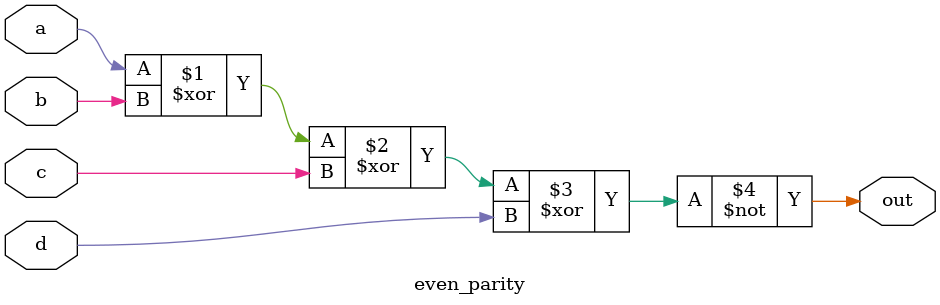
<source format=v>
`timescale 1ns / 1ps


module even_parity(
    input a,b,c,d,
    output out
);
assign out = ~(a ^ b ^ c ^ d);
endmodule
</source>
